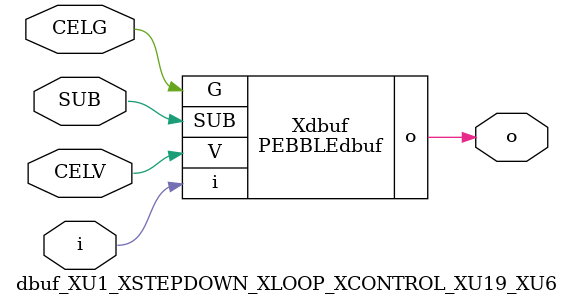
<source format=v>



module PEBBLEdbuf ( o, G, SUB, V, i );

  input V;
  input i;
  input G;
  output o;
  input SUB;
endmodule

//Celera Confidential Do Not Copy dbuf_XU1_XSTEPDOWN_XLOOP_XCONTROL_XU19_XU6
//Celera Confidential Symbol Generator
//Digital Buffer
module dbuf_XU1_XSTEPDOWN_XLOOP_XCONTROL_XU19_XU6 (CELV,CELG,i,o,SUB);
input CELV;
input CELG;
input i;
input SUB;
output o;

//Celera Confidential Do Not Copy dbuf
PEBBLEdbuf Xdbuf(
.V (CELV),
.i (i),
.o (o),
.SUB (SUB),
.G (CELG)
);
//,diesize,PEBBLEdbuf

//Celera Confidential Do Not Copy Module End
//Celera Schematic Generator
endmodule

</source>
